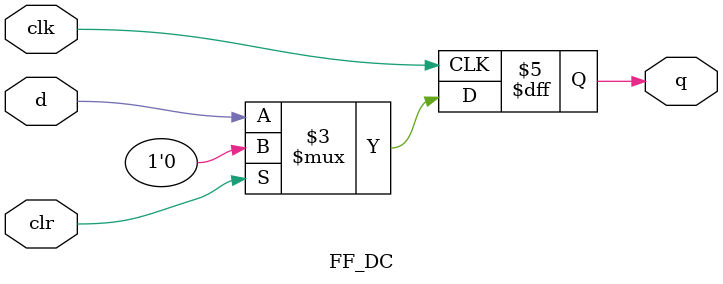
<source format=v>
`timescale 1ns / 1ps
module FF_DC(q, clk, clr, d);

            input clk, clr, d;

            output reg q;

 

            always @(posedge clk)

                if (clr) q <= 0;

                else q <= d;

 

        endmodule

</source>
